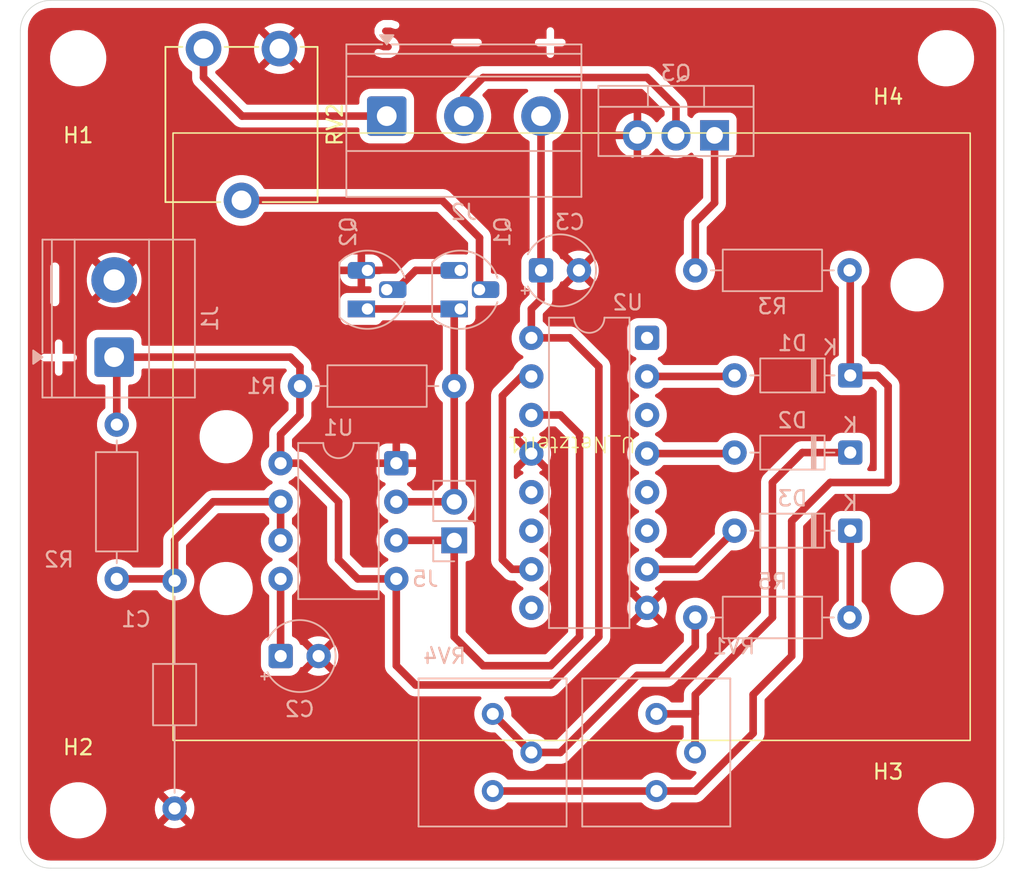
<source format=kicad_pcb>
(kicad_pcb (version 20241229) (generator "pcbnew") (generator_version "9.0")
  (title_block (title "Schreibtischlampe") (date "2025-11-21") (rev "2.0"))
  (layers (0 "F.Cu" signal) (2 "B.Cu" signal) (13 "F.Paste" user) (15 "B.Paste" user) (5 "F.SilkS" user "F.Silkscreen") (7 "B.SilkS" user "B.Silkscreen") (1 "F.Mask" user) (3 "B.Mask" user) (25 "Edge.Cuts" user))
  (net 0 "")
  (net 1 "Net-(U1-DIS)")
  (net 2 "GND")
  (net 3 "Net-(U1-CV)")
  (net 4 "Net-(J1-Pin_1)")
  (net 5 "Net-(D1-A)")
  (net 6 "Net-(D1-K)")
  (net 7 "Net-(D2-K)")
  (net 8 "Net-(D2-A)")
  (net 9 "Net-(D3-A)")
  (net 10 "Net-(D3-K)")
  (net 11 "Net-(J2-Pin_2)")
  (net 12 "Net-(J2-Pin_1)")
  (net 13 "Net-(Q1-E)")
  (net 14 "Net-(Q3-B)")
  (net 15 "Net-(R5-Pad2)")
  (net 23 "Net-(U2-Q4)")
  (net 24 "Net-(J5-Pin_1)")
  (net 25 "Net-(J5-Pin_2)")
  (net 26 "Net-(Q1-B)")
  (footprint "Libary:Recom_Netzteil_Footprint" (layer "F.Cu") (at 156.955 84.615 180)
    (property "Reference" "U_Netzteil1" (at 0 -0.5 180) (layer "F.SilkS") (effects (font (thickness 0.1))))
    (property "Value" "Recom Netzteil")
    (fp_rect (start -26.25 -20) (end 26.25 20) (stroke (width 0.1)) (fill no) (layer "F.SilkS"))
    (pad "" np_thru_hole circle (at -22.75 -10 180) (size 3 3) (drill 3) (layers "*.Cu" "*.Mask"))
    (pad "" np_thru_hole circle (at -22.75 10 180) (size 3 3) (drill 3) (layers "*.Cu" "*.Mask"))
    (pad "" np_thru_hole circle (at 22.75 -10 180) (size 3 3) (drill 3) (layers "*.Cu" "*.Mask"))
    (pad "" np_thru_hole circle (at 22.75 0 180) (size 3 3) (drill 3) (layers "*.Cu" "*.Mask"))
  )
  (footprint "MountingHole:MountingHole_3.2mm_M3" (layer "F.Cu") (at 181.61 59.69)
    (property "Reference" "H4" (at -3.81 2.54 0) (layer "F.SilkS"))
    (property "Value" "MountingHole")
    (pad "" np_thru_hole circle (at 0 0) (size 3.2 3.2) (drill 3.2) (layers "*.Cu" "*.Mask"))
  )
  (footprint "Potentiometer_THT:Potentiometer_ACP_CA9-V10_Vertical" (layer "F.Cu") (at 132.715 59.055 -90)
    (property "Reference" "RV2" (at 5 -8.65 90) (layer "F.SilkS"))
    (property "Value" "R_Potentiometer_Trim")
    (fp_line (start -0.11 2.51) (end -0.11 1.396) (stroke (width 0.12)) (layer "F.SilkS"))
    (fp_line (start 10.11 2.51) (end -0.11 2.51) (stroke (width 0.12)) (layer "F.SilkS"))
    (fp_line (start 10.11 -1.104) (end 10.11 2.51) (stroke (width 0.12)) (layer "F.SilkS"))
    (fp_line (start -0.11 -1.396) (end -0.11 -3.604) (stroke (width 0.12)) (layer "F.SilkS"))
    (fp_line (start -0.11 -6.396) (end -0.11 -7.51) (stroke (width 0.12)) (layer "F.SilkS"))
    (fp_line (start -0.11 -7.51) (end 10.11 -7.51) (stroke (width 0.12)) (layer "F.SilkS"))
    (fp_line (start 10.11 -7.51) (end 10.11 -3.896) (stroke (width 0.12)) (layer "F.SilkS"))
    (pad "1" thru_hole circle (at 0 0 270) (size 2.34 2.34) (drill 1.3) (layers "*.Cu" "*.Mask") (net 12 "Net-(J2-Pin_1)"))
    (pad "2" thru_hole circle (at 10 -2.5 270) (size 2.34 2.34) (drill 1.3) (layers "*.Cu" "*.Mask") (net 26 "Net-(Q1-B)"))
    (pad "3" thru_hole circle (at 0 -5 270) (size 2.34 2.34) (drill 1.3) (layers "*.Cu" "*.Mask") (net 2 "GND"))
  )
  (footprint "MountingHole:MountingHole_3.2mm_M3" (layer "F.Cu") (at 124.46 59.69)
    (property "Reference" "H1" (at 0 5.08 0) (layer "F.SilkS"))
    (property "Value" "MountingHole")
    (pad "" np_thru_hole circle (at 0 0) (size 3.2 3.2) (drill 3.2) (layers "*.Cu" "*.Mask"))
  )
  (footprint "MountingHole:MountingHole_3.2mm_M3" (layer "F.Cu") (at 124.46 109.22)
    (property "Reference" "H2" (at 0 -4.15 0) (layer "F.SilkS"))
    (property "Value" "MountingHole")
    (pad "" np_thru_hole circle (at 0 0) (size 3.2 3.2) (drill 3.2) (layers "*.Cu" "*.Mask"))
  )
  (footprint "MountingHole:MountingHole_3.2mm_M3" (layer "F.Cu") (at 181.61 109.22)
    (property "Reference" "H3" (at -3.81 -2.54 0) (layer "F.SilkS"))
    (property "Value" "MountingHole")
    (pad "" np_thru_hole circle (at 0 0) (size 3.2 3.2) (drill 3.2) (layers "*.Cu" "*.Mask"))
  )
  (footprint "TerminalBlock_Phoenix:TerminalBlock_Phoenix_MKDS-1,5-2-5.08_1x02_P5.08mm_Horizontal" (layer "B.Cu") (at 126.8275 79.375 90)
    (property "Reference" "J1" (at 2.54 6.32 90) (layer "B.SilkS") (effects (justify mirror)))
    (property "Value" "Versorgung")
    (fp_line (start 7.74 -4.72) (end 0.3 -4.72) (stroke (width 0.12)) (layer "B.SilkS"))
    (fp_line (start -0.3 -4.72) (end -2.66 -4.72) (stroke (width 0.12)) (layer "B.SilkS"))
    (fp_line (start -2.66 -4.72) (end -2.66 5.32) (stroke (width 0.12)) (layer "B.SilkS"))
    (fp_line (start -2.66 -4.1) (end 7.74 -4.1) (stroke (width 0.12)) (layer "B.SilkS"))
    (fp_line (start -2.66 -2.6) (end 7.74 -2.6) (stroke (width 0.12)) (layer "B.SilkS"))
    (fp_line (start -2.66 2.3) (end 7.74 2.3) (stroke (width 0.12)) (layer "B.SilkS"))
    (fp_line (start 7.74 5.32) (end 7.74 -4.72) (stroke (width 0.12)) (layer "B.SilkS"))
    (fp_line (start -2.66 5.32) (end 7.74 5.32) (stroke (width 0.12)) (layer "B.SilkS"))
    (fp_poly (pts (xy 0 -4.72) (xy 0.44 -5.33) (xy -0.44 -5.33)) (stroke (width 0.12)) (fill yes) (layer "B.SilkS"))
    (pad "1" thru_hole roundrect (at 0 0 90) (size 2.6 2.6) (drill 1.3) (layers "*.Cu" "*.Mask") (roundrect_rratio 0.096154) (net 4 "Net-(J1-Pin_1)"))
    (pad "2" thru_hole circle (at 5.08 0 90) (size 3 3) (drill 1.4) (layers "*.Cu" "*.Mask") (net 2 "GND"))
  )
  (footprint "Capacitor_THT:C_Axial_L3.8mm_D2.6mm_P15.00mm_Horizontal" (layer "B.Cu") (at 130.81 94.1 -90)
    (property "Reference" "C1" (at 2.54 2.54 180) (layer "B.SilkS") (effects (justify mirror)))
    (property "Value" "4,7µ")
    (fp_line (start 1.04 0) (end 5.48 0) (stroke (width 0.12)) (layer "B.SilkS"))
    (fp_line (start 13.96 0) (end 9.52 0) (stroke (width 0.12)) (layer "B.SilkS"))
    (fp_rect (start 5.48 1.42) (end 9.52 -1.42) (stroke (width 0.12)) (fill no) (layer "B.SilkS"))
    (pad "1" thru_hole circle (at 0 0 270) (size 1.6 1.6) (drill 0.8) (layers "*.Cu" "*.Mask") (net 1 "Net-(U1-DIS)"))
    (pad "2" thru_hole circle (at 15 0 270) (size 1.6 1.6) (drill 0.8) (layers "*.Cu" "*.Mask") (net 2 "GND"))
  )
  (footprint "Package_DIP:DIP-16_W7.62mm" (layer "B.Cu") (at 161.925 78.105 180)
    (property "Reference" "U2" (at 1.27 2.33 0) (layer "B.SilkS") (effects (justify mirror)))
    (property "Value" "4017")
    (fp_line (start 6.46 1.33) (end 4.81 1.33) (stroke (width 0.12)) (layer "B.SilkS"))
    (fp_line (start 6.46 -19.11) (end 6.46 1.33) (stroke (width 0.12)) (layer "B.SilkS"))
    (fp_line (start 2.81 1.33) (end 1.16 1.33) (stroke (width 0.12)) (layer "B.SilkS"))
    (fp_line (start 1.16 1.33) (end 1.16 -19.11) (stroke (width 0.12)) (layer "B.SilkS"))
    (fp_line (start 1.16 -19.11) (end 6.46 -19.11) (stroke (width 0.12)) (layer "B.SilkS"))
    (fp_arc (start 2.81 1.33) (mid 3.81 0.33) (end 4.81 1.33) (stroke (width 0.12)) (layer "B.SilkS"))
    (pad "1" thru_hole roundrect (at 0 0 180) (size 1.6 1.6) (drill 0.8) (layers "*.Cu" "*.Mask") (roundrect_rratio 0.15625))
    (pad "2" thru_hole circle (at 0 -2.54 180) (size 1.6 1.6) (drill 0.8) (layers "*.Cu" "*.Mask") (net 5 "Net-(D1-A)"))
    (pad "3" thru_hole circle (at 0 -5.08 180) (size 1.6 1.6) (drill 0.8) (layers "*.Cu" "*.Mask"))
    (pad "4" thru_hole circle (at 0 -7.62 180) (size 1.6 1.6) (drill 0.8) (layers "*.Cu" "*.Mask") (net 8 "Net-(D2-A)"))
    (pad "5" thru_hole circle (at 0 -10.16 180) (size 1.6 1.6) (drill 0.8) (layers "*.Cu" "*.Mask"))
    (pad "6" thru_hole circle (at 0 -12.7 180) (size 1.6 1.6) (drill 0.8) (layers "*.Cu" "*.Mask"))
    (pad "7" thru_hole circle (at 0 -15.24 180) (size 1.6 1.6) (drill 0.8) (layers "*.Cu" "*.Mask") (net 9 "Net-(D3-A)"))
    (pad "8" thru_hole circle (at 0 -17.78 180) (size 1.6 1.6) (drill 0.8) (layers "*.Cu" "*.Mask") (net 2 "GND"))
    (pad "9" thru_hole circle (at 7.62 -17.78 180) (size 1.6 1.6) (drill 0.8) (layers "*.Cu" "*.Mask"))
    (pad "10" thru_hole circle (at 7.62 -15.24 180) (size 1.6 1.6) (drill 0.8) (layers "*.Cu" "*.Mask") (net 23 "Net-(U2-Q4)"))
    (pad "11" thru_hole circle (at 7.62 -12.7 180) (size 1.6 1.6) (drill 0.8) (layers "*.Cu" "*.Mask"))
    (pad "12" thru_hole circle (at 7.62 -10.16 180) (size 1.6 1.6) (drill 0.8) (layers "*.Cu" "*.Mask"))
    (pad "13" thru_hole circle (at 7.62 -7.62 180) (size 1.6 1.6) (drill 0.8) (layers "*.Cu" "*.Mask") (net 2 "GND"))
    (pad "14" thru_hole circle (at 7.62 -5.08 180) (size 1.6 1.6) (drill 0.8) (layers "*.Cu" "*.Mask") (net 24 "Net-(J5-Pin_1)"))
    (pad "15" thru_hole circle (at 7.62 -2.54 180) (size 1.6 1.6) (drill 0.8) (layers "*.Cu" "*.Mask") (net 23 "Net-(U2-Q4)"))
    (pad "16" thru_hole circle (at 7.62 0 180) (size 1.6 1.6) (drill 0.8) (layers "*.Cu" "*.Mask") (net 4 "Net-(J1-Pin_1)"))
  )
  (footprint "Diode_THT:D_DO-35_SOD27_P7.62mm_Horizontal" (layer "B.Cu") (at 175.306144 85.659 180)
    (property "Reference" "D2" (at 3.81 2.12 0) (layer "B.SilkS") (effects (justify mirror)))
    (property "Value" "1N4148")
    (fp_line (start 6.58 0) (end 5.93 0) (stroke (width 0.12)) (layer "B.SilkS"))
    (fp_line (start 2.53 1.12) (end 2.53 -1.12) (stroke (width 0.12)) (layer "B.SilkS"))
    (fp_line (start 2.41 1.12) (end 2.41 -1.12) (stroke (width 0.12)) (layer "B.SilkS"))
    (fp_line (start 2.29 1.12) (end 2.29 -1.12) (stroke (width 0.12)) (layer "B.SilkS"))
    (fp_line (start 1.04 0) (end 1.69 0) (stroke (width 0.12)) (layer "B.SilkS"))
    (fp_rect (start 1.69 1.12) (end 5.93 -1.12) (stroke (width 0.12)) (fill no) (layer "B.SilkS"))
    (fp_text user "K" (at 0 1.8 0) (layer "B.SilkS") (effects (justify mirror)))
    (pad "1" thru_hole roundrect (at 0 0 180) (size 1.6 1.6) (drill 0.8) (layers "*.Cu" "*.Mask") (roundrect_rratio 0.15625) (net 7 "Net-(D2-K)"))
    (pad "2" thru_hole circle (at 7.62 0 180) (size 1.6 1.6) (drill 0.8) (layers "*.Cu" "*.Mask") (net 8 "Net-(D2-A)"))
  )
  (footprint "Resistor_THT:R_Axial_DIN0207_L6.3mm_D2.5mm_P10.16mm_Horizontal" (layer "B.Cu") (at 165.1 73.66)
    (property "Reference" "R3" (at 5.08 2.37 0) (layer "B.SilkS") (effects (justify mirror)))
    (property "Value" "4,7k")
    (fp_line (start 1.04 0) (end 1.81 0) (stroke (width 0.12)) (layer "B.SilkS"))
    (fp_line (start 9.12 0) (end 8.35 0) (stroke (width 0.12)) (layer "B.SilkS"))
    (fp_rect (start 1.81 1.37) (end 8.35 -1.37) (stroke (width 0.12)) (fill no) (layer "B.SilkS"))
    (pad "1" thru_hole circle (at 0 0) (size 1.6 1.6) (drill 0.8) (layers "*.Cu" "*.Mask") (net 14 "Net-(Q3-B)"))
    (pad "2" thru_hole circle (at 10.16 0) (size 1.6 1.6) (drill 0.8) (layers "*.Cu" "*.Mask") (net 6 "Net-(D1-K)"))
  )
  (footprint "Package_DIP:DIP-8_W7.62mm" (layer "B.Cu") (at 145.41 86.36 180)
    (property "Reference" "U1" (at 3.81 2.33 0) (layer "B.SilkS") (effects (justify mirror)))
    (property "Value" "NE555P")
    (fp_line (start 6.46 1.33) (end 4.81 1.33) (stroke (width 0.12)) (layer "B.SilkS"))
    (fp_line (start 6.46 -8.95) (end 6.46 1.33) (stroke (width 0.12)) (layer "B.SilkS"))
    (fp_line (start 2.81 1.33) (end 1.16 1.33) (stroke (width 0.12)) (layer "B.SilkS"))
    (fp_line (start 1.16 1.33) (end 1.16 -8.95) (stroke (width 0.12)) (layer "B.SilkS"))
    (fp_line (start 1.16 -8.95) (end 6.46 -8.95) (stroke (width 0.12)) (layer "B.SilkS"))
    (fp_arc (start 2.81 1.33) (mid 3.81 0.33) (end 4.81 1.33) (stroke (width 0.12)) (layer "B.SilkS"))
    (pad "1" thru_hole roundrect (at 0 0 180) (size 1.6 1.6) (drill 0.8) (layers "*.Cu" "*.Mask") (roundrect_rratio 0.15625) (net 2 "GND"))
    (pad "2" thru_hole circle (at 0 -2.54 180) (size 1.6 1.6) (drill 0.8) (layers "*.Cu" "*.Mask") (net 25 "Net-(J5-Pin_2)"))
    (pad "3" thru_hole circle (at 0 -5.08 180) (size 1.6 1.6) (drill 0.8) (layers "*.Cu" "*.Mask") (net 24 "Net-(J5-Pin_1)"))
    (pad "4" thru_hole circle (at 0 -7.62 180) (size 1.6 1.6) (drill 0.8) (layers "*.Cu" "*.Mask") (net 4 "Net-(J1-Pin_1)"))
    (pad "5" thru_hole circle (at 7.62 -7.62 180) (size 1.6 1.6) (drill 0.8) (layers "*.Cu" "*.Mask") (net 3 "Net-(U1-CV)"))
    (pad "6" thru_hole circle (at 7.62 -5.08 180) (size 1.6 1.6) (drill 0.8) (layers "*.Cu" "*.Mask") (net 1 "Net-(U1-DIS)"))
    (pad "7" thru_hole circle (at 7.62 -2.54 180) (size 1.6 1.6) (drill 0.8) (layers "*.Cu" "*.Mask") (net 1 "Net-(U1-DIS)"))
    (pad "8" thru_hole circle (at 7.62 0 180) (size 1.6 1.6) (drill 0.8) (layers "*.Cu" "*.Mask") (net 4 "Net-(J1-Pin_1)"))
  )
  (footprint "Package_TO_SOT_THT:TO-220-3_Vertical" (layer "B.Cu") (at 166.37 64.77 180)
    (property "Reference" "Q3" (at 2.54 4.1 0) (layer "B.SilkS") (effects (justify mirror)))
    (property "Value" "BD647")
    (fp_line (start 7.65 3.26) (end 7.65 -1.36) (stroke (width 0.12)) (layer "B.SilkS"))
    (fp_line (start 7.65 -1.36) (end -2.57 -1.36) (stroke (width 0.12)) (layer "B.SilkS"))
    (fp_line (start 4.39 3.26) (end 4.39 1.88) (stroke (width 0.12)) (layer "B.SilkS"))
    (fp_line (start 0.69 3.26) (end 0.69 1.88) (stroke (width 0.12)) (layer "B.SilkS"))
    (fp_line (start -2.57 3.26) (end 7.65 3.26) (stroke (width 0.12)) (layer "B.SilkS"))
    (fp_line (start -2.57 1.88) (end 7.65 1.88) (stroke (width 0.12)) (layer "B.SilkS"))
    (fp_line (start -2.57 -1.36) (end -2.57 3.26) (stroke (width 0.12)) (layer "B.SilkS"))
    (pad "1" thru_hole rect (at 0 0 180) (size 1.905 2) (drill 1.1) (layers "*.Cu" "*.Mask") (net 14 "Net-(Q3-B)"))
    (pad "2" thru_hole oval (at 2.54 0 180) (size 1.905 2) (drill 1.1) (layers "*.Cu" "*.Mask") (net 11 "Net-(J2-Pin_2)"))
    (pad "3" thru_hole oval (at 5.08 0 180) (size 1.905 2) (drill 1.1) (layers "*.Cu" "*.Mask") (net 2 "GND"))
  )
  (footprint "Resistor_THT:R_Axial_DIN0207_L6.3mm_D2.5mm_P10.16mm_Horizontal" (layer "B.Cu") (at 127 83.82 -90)
    (property "Reference" "R2" (at 8.89 3.81 0) (layer "B.SilkS") (effects (justify mirror)))
    (property "Value" "220k")
    (fp_line (start 1.04 0) (end 1.81 0) (stroke (width 0.12)) (layer "B.SilkS"))
    (fp_line (start 9.12 0) (end 8.35 0) (stroke (width 0.12)) (layer "B.SilkS"))
    (fp_rect (start 1.81 1.37) (end 8.35 -1.37) (stroke (width 0.12)) (fill no) (layer "B.SilkS"))
    (pad "1" thru_hole circle (at 0 0 270) (size 1.6 1.6) (drill 0.8) (layers "*.Cu" "*.Mask") (net 4 "Net-(J1-Pin_1)"))
    (pad "2" thru_hole circle (at 10.16 0 270) (size 1.6 1.6) (drill 0.8) (layers "*.Cu" "*.Mask") (net 1 "Net-(U1-DIS)"))
  )
  (footprint "Capacitor_THT:CP_Radial_Tantal_D4.5mm_P2.50mm" (layer "B.Cu") (at 154.94 73.66)
    (property "Reference" "C3" (at 1.905 -3.175 0) (layer "B.SilkS") (effects (justify mirror)))
    (property "Value" "100n")
    (fp_line (start -1.287288 1.335) (end -0.837288 1.335) (stroke (width 0.12)) (layer "B.SilkS"))
    (fp_line (start -1.062288 1.56) (end -1.062288 1.11) (stroke (width 0.12)) (layer "B.SilkS"))
    (fp_arc (start -0.869741 -1.06) (mid 3.62 0) (end -0.869741 1.06) (stroke (width 0.12)) (layer "B.SilkS"))
    (pad "1" thru_hole roundrect (at 0 0) (size 1.6 1.6) (drill 0.8) (layers "*.Cu" "*.Mask") (roundrect_rratio 0.15625) (net 4 "Net-(J1-Pin_1)"))
    (pad "2" thru_hole circle (at 2.5 0) (size 1.6 1.6) (drill 0.8) (layers "*.Cu" "*.Mask") (net 2 "GND"))
  )
  (footprint "Resistor_THT:R_Axial_DIN0207_L6.3mm_D2.5mm_P10.16mm_Horizontal" (layer "B.Cu") (at 175.26 96.52 180)
    (property "Reference" "R5" (at 5.08 2.37 0) (layer "B.SilkS") (effects (justify mirror)))
    (property "Value" "6k8")
    (fp_line (start 9.12 0) (end 8.35 0) (stroke (width 0.12)) (layer "B.SilkS"))
    (fp_line (start 1.04 0) (end 1.81 0) (stroke (width 0.12)) (layer "B.SilkS"))
    (fp_rect (start 1.81 1.37) (end 8.35 -1.37) (stroke (width 0.12)) (fill no) (layer "B.SilkS"))
    (pad "1" thru_hole circle (at 0 0 180) (size 1.6 1.6) (drill 0.8) (layers "*.Cu" "*.Mask") (net 10 "Net-(D3-K)"))
    (pad "2" thru_hole circle (at 10.16 0 180) (size 1.6 1.6) (drill 0.8) (layers "*.Cu" "*.Mask") (net 15 "Net-(R5-Pad2)"))
  )
  (footprint "Potentiometer_THT:Potentiometer_Bourns_3386P_Vertical" (layer "B.Cu") (at 151.765 102.87)
    (property "Reference" "RV4" (at -3.175 -3.81 0) (layer "B.SilkS") (effects (justify mirror)))
    (property "Value" "10k")
    (fp_line (start -4.89 -2.335) (end -4.89 7.415) (stroke (width 0.12)) (layer "B.SilkS"))
    (fp_line (start -4.89 7.415) (end 4.86 7.415) (stroke (width 0.12)) (layer "B.SilkS"))
    (fp_line (start 4.86 -2.335) (end -4.89 -2.335) (stroke (width 0.12)) (layer "B.SilkS"))
    (fp_line (start 4.86 7.415) (end 4.86 -2.335) (stroke (width 0.12)) (layer "B.SilkS"))
    (pad "1" thru_hole circle (at 0 0) (size 1.44 1.44) (drill 0.8) (layers "*.Cu" "*.Mask") (net 15 "Net-(R5-Pad2)"))
    (pad "2" thru_hole circle (at 2.54 2.54) (size 1.44 1.44) (drill 0.8) (layers "*.Cu" "*.Mask") (net 15 "Net-(R5-Pad2)"))
    (pad "3" thru_hole circle (at 0 5.08) (size 1.44 1.44) (drill 0.8) (layers "*.Cu" "*.Mask") (net 6 "Net-(D1-K)"))
  )
  (footprint "Package_TO_SOT_THT:TO-92L_HandSolder" (layer "B.Cu") (at 149.62 76.2 90)
    (property "Reference" "Q1" (at 5.08 2.78 90) (layer "B.SilkS") (effects (justify mirror)))
    (property "Value" "BC547")
    (fp_line (start -0.53 -1.85) (end 3.07 -1.85) (stroke (width 0.12)) (layer "B.SilkS"))
    (fp_arc (start 3.078445 -1.827684) (mid 3.769932 0.601036) (end 2.05 2.45) (stroke (width 0.12)) (layer "B.SilkS"))
    (fp_arc (start 0.45 2.45) (mid -1.247297 0.581475) (end -0.541453 -1.842156) (stroke (width 0.12)) (layer "B.SilkS"))
    (pad "1" thru_hole rect (at 0 0 90) (size 1.1 1.8) (drill 0.75 (offset 0 -0.4)) (layers "*.Cu" "*.Mask") (net 25 "Net-(J5-Pin_2)"))
    (pad "2" thru_hole roundrect (at 1.27 1.27 90) (size 1.1 1.8) (drill 0.75 (offset 0 0.4)) (layers "*.Cu" "*.Mask") (net 26 "Net-(Q1-B)"))
    (pad "3" thru_hole roundrect (at 2.54 0 90) (size 1.1 1.8) (drill 0.75 (offset 0 -0.4)) (layers "*.Cu" "*.Mask") (net 13 "Net-(Q1-E)"))
  )
  (footprint "Resistor_THT:R_Axial_DIN0207_L6.3mm_D2.5mm_P10.16mm_Horizontal" (layer "B.Cu") (at 139.065 81.28)
    (property "Reference" "R1" (at -2.54 0 0) (layer "B.SilkS") (effects (justify mirror)))
    (property "Value" "1M")
    (fp_line (start 1.04 0) (end 1.81 0) (stroke (width 0.12)) (layer "B.SilkS"))
    (fp_line (start 9.12 0) (end 8.35 0) (stroke (width 0.12)) (layer "B.SilkS"))
    (fp_rect (start 1.81 1.37) (end 8.35 -1.37) (stroke (width 0.12)) (fill no) (layer "B.SilkS"))
    (pad "1" thru_hole circle (at 0 0) (size 1.6 1.6) (drill 0.8) (layers "*.Cu" "*.Mask") (net 4 "Net-(J1-Pin_1)"))
    (pad "2" thru_hole circle (at 10.16 0) (size 1.6 1.6) (drill 0.8) (layers "*.Cu" "*.Mask") (net 25 "Net-(J5-Pin_2)"))
  )
  (footprint "Connector_PinHeader_2.54mm:PinHeader_1x02_P2.54mm_Vertical" (layer "B.Cu") (at 149.225 91.44)
    (property "Reference" "J5" (at -1.905 2.54 0) (layer "B.SilkS") (effects (justify mirror)))
    (property "Value" "Messpunkte")
    (fp_line (start -1.38 -3.92) (end 1.38 -3.92) (stroke (width 0.12)) (layer "B.SilkS"))
    (fp_line (start -1.38 -1.27) (end -1.38 -3.92) (stroke (width 0.12)) (layer "B.SilkS"))
    (fp_line (start -1.38 -1.27) (end 1.38 -1.27) (stroke (width 0.12)) (layer "B.SilkS"))
    (fp_line (start -1.38 0) (end -1.38 1.38) (stroke (width 0.12)) (layer "B.SilkS"))
    (fp_line (start -1.38 1.38) (end 0 1.38) (stroke (width 0.12)) (layer "B.SilkS"))
    (fp_line (start 1.38 -1.27) (end 1.38 -3.92) (stroke (width 0.12)) (layer "B.SilkS"))
    (pad "1" thru_hole rect (at 0 0) (size 1.7 1.7) (drill 1) (layers "*.Cu" "*.Mask") (net 24 "Net-(J5-Pin_1)"))
    (pad "2" thru_hole circle (at 0 -2.54) (size 1.7 1.7) (drill 1) (layers "*.Cu" "*.Mask") (net 25 "Net-(J5-Pin_2)"))
  )
  (footprint "Capacitor_THT:CP_Radial_Tantal_D4.5mm_P2.50mm" (layer "B.Cu") (at 137.795 99.06)
    (property "Reference" "C2" (at 1.25 3.5 0) (layer "B.SilkS") (effects (justify mirror)))
    (property "Value" "100n")
    (fp_line (start -1.287288 1.335) (end -0.837288 1.335) (stroke (width 0.12)) (layer "B.SilkS"))
    (fp_line (start -1.062288 1.56) (end -1.062288 1.11) (stroke (width 0.12)) (layer "B.SilkS"))
    (fp_arc (start -0.869741 -1.06) (mid 3.62 0) (end -0.869741 1.06) (stroke (width 0.12)) (layer "B.SilkS"))
    (pad "1" thru_hole roundrect (at 0 0) (size 1.6 1.6) (drill 0.8) (layers "*.Cu" "*.Mask") (roundrect_rratio 0.15625) (net 3 "Net-(U1-CV)"))
    (pad "2" thru_hole circle (at 2.5 0) (size 1.6 1.6) (drill 0.8) (layers "*.Cu" "*.Mask") (net 2 "GND"))
  )
  (footprint "Potentiometer_THT:Potentiometer_Bourns_3386P_Vertical" (layer "B.Cu") (at 162.545 102.87)
    (property "Reference" "RV1" (at 5.095 -4.445 0) (layer "B.SilkS") (effects (justify mirror)))
    (property "Value" "10k")
    (fp_line (start -4.89 -2.335) (end -4.89 7.415) (stroke (width 0.12)) (layer "B.SilkS"))
    (fp_line (start -4.89 7.415) (end 4.86 7.415) (stroke (width 0.12)) (layer "B.SilkS"))
    (fp_line (start 4.86 -2.335) (end -4.89 -2.335) (stroke (width 0.12)) (layer "B.SilkS"))
    (fp_line (start 4.86 7.415) (end 4.86 -2.335) (stroke (width 0.12)) (layer "B.SilkS"))
    (pad "1" thru_hole circle (at 0 0) (size 1.44 1.44) (drill 0.8) (layers "*.Cu" "*.Mask") (net 7 "Net-(D2-K)"))
    (pad "2" thru_hole circle (at 2.54 2.54) (size 1.44 1.44) (drill 0.8) (layers "*.Cu" "*.Mask") (net 7 "Net-(D2-K)"))
    (pad "3" thru_hole circle (at 0 5.08) (size 1.44 1.44) (drill 0.8) (layers "*.Cu" "*.Mask") (net 6 "Net-(D1-K)"))
  )
  (footprint "Package_TO_SOT_THT:TO-92L_HandSolder" (layer "B.Cu") (at 143.51 76.2 90)
    (property "Reference" "Q2" (at 5.08 -1.27 90) (layer "B.SilkS") (effects (justify mirror)))
    (property "Value" "BC547")
    (fp_line (start -0.53 -1.85) (end 3.07 -1.85) (stroke (width 0.12)) (layer "B.SilkS"))
    (fp_arc (start 3.078445 -1.827684) (mid 3.769932 0.601036) (end 2.05 2.45) (stroke (width 0.12)) (layer "B.SilkS"))
    (fp_arc (start 0.45 2.45) (mid -1.247297 0.581475) (end -0.541453 -1.842156) (stroke (width 0.12)) (layer "B.SilkS"))
    (pad "1" thru_hole rect (at 0 0 90) (size 1.1 1.8) (drill 0.75 (offset 0 -0.4)) (layers "*.Cu" "*.Mask") (net 25 "Net-(J5-Pin_2)"))
    (pad "2" thru_hole roundrect (at 1.27 1.27 90) (size 1.1 1.8) (drill 0.75 (offset 0 0.4)) (layers "*.Cu" "*.Mask") (net 13 "Net-(Q1-E)"))
    (pad "3" thru_hole roundrect (at 2.54 0 90) (size 1.1 1.8) (drill 0.75 (offset 0 -0.4)) (layers "*.Cu" "*.Mask") (net 2 "GND"))
  )
  (footprint "Diode_THT:D_DO-35_SOD27_P7.62mm_Horizontal" (layer "B.Cu") (at 175.306144 80.579 180)
    (property "Reference" "D1" (at 3.81 2.12 0) (layer "B.SilkS") (effects (justify mirror)))
    (property "Value" "1N4148")
    (fp_line (start 6.58 0) (end 5.93 0) (stroke (width 0.12)) (layer "B.SilkS"))
    (fp_line (start 2.53 1.12) (end 2.53 -1.12) (stroke (width 0.12)) (layer "B.SilkS"))
    (fp_line (start 2.41 1.12) (end 2.41 -1.12) (stroke (width 0.12)) (layer "B.SilkS"))
    (fp_line (start 2.29 1.12) (end 2.29 -1.12) (stroke (width 0.12)) (layer "B.SilkS"))
    (fp_line (start 1.04 0) (end 1.69 0) (stroke (width 0.12)) (layer "B.SilkS"))
    (fp_rect (start 1.69 1.12) (end 5.93 -1.12) (stroke (width 0.12)) (fill no) (layer "B.SilkS"))
    (fp_text user "K" (at 1.316144 1.839 0) (layer "B.SilkS") (effects (justify mirror)))
    (pad "1" thru_hole roundrect (at 0 0 180) (size 1.6 1.6) (drill 0.8) (layers "*.Cu" "*.Mask") (roundrect_rratio 0.15625) (net 6 "Net-(D1-K)"))
    (pad "2" thru_hole circle (at 7.62 0 180) (size 1.6 1.6) (drill 0.8) (layers "*.Cu" "*.Mask") (net 5 "Net-(D1-A)"))
  )
  (footprint "Diode_THT:D_DO-35_SOD27_P7.62mm_Horizontal" (layer "B.Cu") (at 175.306144 90.805 180)
    (property "Reference" "D3" (at 3.81 2.12 0) (layer "B.SilkS") (effects (justify mirror)))
    (property "Value" "1N4148")
    (fp_line (start 6.58 0) (end 5.93 0) (stroke (width 0.12)) (layer "B.SilkS"))
    (fp_line (start 2.53 1.12) (end 2.53 -1.12) (stroke (width 0.12)) (layer "B.SilkS"))
    (fp_line (start 2.41 1.12) (end 2.41 -1.12) (stroke (width 0.12)) (layer "B.SilkS"))
    (fp_line (start 2.29 1.12) (end 2.29 -1.12) (stroke (width 0.12)) (layer "B.SilkS"))
    (fp_line (start 1.04 0) (end 1.69 0) (stroke (width 0.12)) (layer "B.SilkS"))
    (fp_rect (start 1.69 1.12) (end 5.93 -1.12) (stroke (width 0.12)) (fill no) (layer "B.SilkS"))
    (fp_text user "K" (at 0 1.8 0) (layer "B.SilkS") (effects (justify mirror)))
    (pad "1" thru_hole roundrect (at 0 0 180) (size 1.6 1.6) (drill 0.8) (layers "*.Cu" "*.Mask") (roundrect_rratio 0.15625) (net 10 "Net-(D3-K)"))
    (pad "2" thru_hole circle (at 7.62 0 180) (size 1.6 1.6) (drill 0.8) (layers "*.Cu" "*.Mask") (net 9 "Net-(D3-A)"))
  )
  (footprint "TerminalBlock_Phoenix:TerminalBlock_Phoenix_MKDS-1,5-3-5.08_1x03_P5.08mm_Horizontal" (layer "B.Cu") (at 144.78 63.5)
    (property "Reference" "J2" (at 5.08 6.32 0) (layer "B.SilkS") (effects (justify mirror)))
    (property "Value" "Lampenkopf")
    (fp_line (start -2.66 -4.72) (end -2.66 5.32) (stroke (width 0.12)) (layer "B.SilkS"))
    (fp_line (start -2.66 -4.1) (end 12.82 -4.1) (stroke (width 0.12)) (layer "B.SilkS"))
    (fp_line (start -2.66 -2.6) (end 12.82 -2.6) (stroke (width 0.12)) (layer "B.SilkS"))
    (fp_line (start -2.66 2.3) (end 12.82 2.3) (stroke (width 0.12)) (layer "B.SilkS"))
    (fp_line (start -2.66 5.32) (end 12.82 5.32) (stroke (width 0.12)) (layer "B.SilkS"))
    (fp_line (start -0.3 -4.72) (end -2.66 -4.72) (stroke (width 0.12)) (layer "B.SilkS"))
    (fp_line (start 12.82 -4.72) (end 0.3 -4.72) (stroke (width 0.12)) (layer "B.SilkS"))
    (fp_line (start 12.82 5.32) (end 12.82 -4.72) (stroke (width 0.12)) (layer "B.SilkS"))
    (fp_poly (pts (xy 0 -4.72) (xy 0.44 -5.33) (xy -0.44 -5.33)) (stroke (width 0.12)) (fill yes) (layer "B.SilkS"))
    (pad "1" thru_hole roundrect (at 0 0) (size 2.6 2.6) (drill 1.3) (layers "*.Cu" "*.Mask") (roundrect_rratio 0.096154) (net 12 "Net-(J2-Pin_1)"))
    (pad "2" thru_hole circle (at 5.08 0) (size 2.6 2.6) (drill 1.3) (layers "*.Cu" "*.Mask") (net 11 "Net-(J2-Pin_2)"))
    (pad "3" thru_hole circle (at 10.16 0) (size 2.6 2.6) (drill 1.3) (layers "*.Cu" "*.Mask") (net 4 "Net-(J1-Pin_1)"))
  )
  (gr_line (start 122.65 55.88) (end 183.42 55.88) (stroke (width 0.05)) (layer "Edge.Cuts"))
  (gr_arc (start 185.42 111.03) (mid 184.834214 112.444214) (end 183.42 113.03) (stroke (width 0.05)) (layer "Edge.Cuts"))
  (gr_line (start 120.65 111.03) (end 120.65 57.88) (stroke (width 0.05)) (layer "Edge.Cuts"))
  (gr_arc (start 120.65 57.88) (mid 121.235786 56.465786) (end 122.65 55.88) (stroke (width 0.05)) (layer "Edge.Cuts"))
  (gr_arc (start 183.42 55.88) (mid 184.834214 56.465786) (end 185.42 57.88) (stroke (width 0.05)) (layer "Edge.Cuts"))
  (gr_line (start 183.42 113.03) (end 122.65 113.03) (stroke (width 0.05)) (layer "Edge.Cuts"))
  (gr_arc (start 122.65 113.03) (mid 121.235786 112.444214) (end 120.65 111.03) (stroke (width 0.05)) (layer "Edge.Cuts"))
  (gr_line (start 185.42 57.88) (end 185.42 111.03) (stroke (width 0.05)) (layer "Edge.Cuts"))
  (gr_text "S  -  +" (at 143.51 59.69 0) (layer "F.Cu" knockout) (effects (font (size 2 2) (thickness 0.5) (bold yes)) (justify left bottom)))
  (gr_text "-" (at 124.46 76.835 90) (layer "F.Cu" knockout) (effects (font (size 3 3) (thickness 0.6) (bold yes)) (justify left bottom)))
  (gr_text "+" (at 124.46 81.28 90) (layer "F.Cu" knockout) (effects (font (size 2.5 2.5) (thickness 0.5) (bold yes)) (justify left bottom)))
  (segment (start 127 93.98) (end 130.69 93.98) (width 0.5) (layer "F.Cu") (net 1))
  (segment (start 130.69 93.98) (end 130.81 94.1) (width 0.5) (layer "F.Cu") (net 1))
  (segment (start 133.35 88.9) (end 137.79 88.9) (width 0.5) (layer "F.Cu") (net 1))
  (segment (start 130.81 91.44) (end 133.35 88.9) (width 0.5) (layer "F.Cu") (net 1))
  (segment (start 130.81 94.1) (end 130.81 91.44) (width 0.5) (layer "F.Cu") (net 1))
  (segment (start 137.79 88.9) (end 137.79 91.44) (width 0.5) (layer "F.Cu") (net 1))
  (segment (start 137.79 98.42) (end 137.79 93.98) (width 0.5) (layer "F.Cu") (net 3))
  (segment (start 137.795 99.06) (end 137.795 98.425) (width 0.5) (layer "F.Cu") (net 3))
  (segment (start 137.795 98.425) (end 137.79 98.42) (width 0.5) (layer "F.Cu") (net 3))
  (segment (start 139.065 86.36) (end 141.605 88.9) (width 0.5) (layer "F.Cu") (net 4))
  (segment (start 154.305 78.105) (end 154.305 76.2) (width 0.5) (layer "F.Cu") (net 4))
  (segment (start 146.685 100.965) (end 155.575 100.965) (width 0.5) (layer "F.Cu") (net 4))
  (segment (start 141.605 88.9) (end 141.605 92.71) (width 0.5) (layer "F.Cu") (net 4))
  (segment (start 154.94 75.565) (end 154.94 73.66) (width 0.5) (layer "F.Cu") (net 4))
  (segment (start 139.065 83.185) (end 139.065 81.28) (width 0.5) (layer "F.Cu") (net 4))
  (segment (start 156.845 78.105) (end 154.305 78.105) (width 0.5) (layer "F.Cu") (net 4))
  (segment (start 127 83.82) (end 127 79.5475) (width 0.5) (layer "F.Cu") (net 4))
  (segment (start 145.41 99.69) (end 146.685 100.965) (width 0.5) (layer "F.Cu") (net 4))
  (segment (start 154.94 63.5) (end 154.94 73.66) (width 0.5) (layer "F.Cu") (net 4))
  (segment (start 141.605 92.71) (end 142.875 93.98) (width 0.5) (layer "F.Cu") (net 4))
  (segment (start 138.43 79.375) (end 126.8275 79.375) (width 0.5) (layer "F.Cu") (net 4))
  (segment (start 154.305 76.2) (end 154.94 75.565) (width 0.5) (layer "F.Cu") (net 4))
  (segment (start 137.79 86.36) (end 137.79 84.46) (width 0.5) (layer "F.Cu") (net 4))
  (segment (start 158.75 97.79) (end 158.75 80.01) (width 0.5) (layer "F.Cu") (net 4))
  (segment (start 137.79 84.46) (end 139.065 83.185) (width 0.5) (layer "F.Cu") (net 4))
  (segment (start 139.065 81.28) (end 139.065 80.01) (width 0.5) (layer "F.Cu") (net 4))
  (segment (start 145.41 93.98) (end 145.41 99.69) (width 0.5) (layer "F.Cu") (net 4))
  (segment (start 127 79.5475) (end 126.8275 79.375) (width 0.5) (layer "F.Cu") (net 4))
  (segment (start 158.75 80.01) (end 156.845 78.105) (width 0.5) (layer "F.Cu") (net 4))
  (segment (start 142.875 93.98) (end 145.41 93.98) (width 0.5) (layer "F.Cu") (net 4))
  (segment (start 139.065 80.01) (end 138.43 79.375) (width 0.5) (layer "F.Cu") (net 4))
  (segment (start 137.79 86.36) (end 139.065 86.36) (width 0.5) (layer "F.Cu") (net 4))
  (segment (start 155.575 100.965) (end 158.75 97.79) (width 0.5) (layer "F.Cu") (net 4))
  (segment (start 161.925 80.645) (end 167.620144 80.645) (width 0.5) (layer "F.Cu") (net 5))
  (segment (start 167.620144 80.645) (end 167.686144 80.579) (width 0.5) (layer "F.Cu") (net 5))
  (segment (start 162.545 107.95) (end 165.1 107.95) (width 0.5) (layer "F.Cu") (net 6))
  (segment (start 173.99 87.63) (end 177.8 87.63) (width 0.5) (layer "F.Cu") (net 6))
  (segment (start 175.306144 73.706144) (end 175.26 73.66) (width 0.5) (layer "F.Cu") (net 6))
  (segment (start 175.306144 80.579) (end 175.306144 73.706144) (width 0.5) (layer "F.Cu") (net 6))
  (segment (start 171.45 90.17) (end 173.99 87.63) (width 0.5) (layer "F.Cu") (net 6))
  (segment (start 171.45 99.06) (end 171.45 90.17) (width 0.5) (layer "F.Cu") (net 6))
  (segment (start 168.91 101.6) (end 171.45 99.06) (width 0.5) (layer "F.Cu") (net 6))
  (segment (start 165.1 107.95) (end 168.91 104.14) (width 0.5) (layer "F.Cu") (net 6))
  (segment (start 168.91 104.14) (end 168.91 101.6) (width 0.5) (layer "F.Cu") (net 6))
  (segment (start 162.545 107.95) (end 151.765 107.95) (width 0.5) (layer "F.Cu") (net 6))
  (segment (start 177.8 81.28) (end 177.099 80.579) (width 0.5) (layer "F.Cu") (net 6))
  (segment (start 177.099 80.579) (end 175.306144 80.579) (width 0.5) (layer "F.Cu") (net 6))
  (segment (start 177.8 87.63) (end 177.8 81.28) (width 0.5) (layer "F.Cu") (net 6))
  (segment (start 165.1 102.87) (end 165.085 102.885) (width 0.5) (layer "F.Cu") (net 7))
  (segment (start 170.18 96.52) (end 165.1 101.6) (width 0.5) (layer "F.Cu") (net 7))
  (segment (start 172.151 85.659) (end 170.18 87.63) (width 0.5) (layer "F.Cu") (net 7))
  (segment (start 165.1 101.6) (end 165.1 102.87) (width 0.5) (layer "F.Cu") (net 7))
  (segment (start 165.1 102.87) (end 162.545 102.87) (width 0.5) (layer "F.Cu") (net 7))
  (segment (start 175.306144 85.659) (end 172.151 85.659) (width 0.5) (layer "F.Cu") (net 7))
  (segment (start 165.085 102.885) (end 165.085 105.41) (width 0.5) (layer "F.Cu") (net 7))
  (segment (start 170.18 87.63) (end 170.18 96.52) (width 0.5) (layer "F.Cu") (net 7))
  (segment (start 161.925 85.725) (end 167.620144 85.725) (width 0.5) (layer "F.Cu") (net 8))
  (segment (start 167.620144 85.725) (end 167.686144 85.659) (width 0.5) (layer "F.Cu") (net 8))
  (segment (start 161.925 93.345) (end 165.146144 93.345) (width 0.5) (layer "F.Cu") (net 9))
  (segment (start 165.146144 93.345) (end 167.686144 90.805) (width 0.5) (layer "F.Cu") (net 9))
  (segment (start 175.306144 90.805) (end 175.306144 96.473856) (width 0.5) (layer "F.Cu") (net 10))
  (segment (start 175.306144 96.473856) (end 175.26 96.52) (width 0.5) (layer "F.Cu") (net 10))
  (segment (start 163.83 62.865) (end 163.83 64.77) (width 0.5) (layer "F.Cu") (net 11))
  (segment (start 149.86 62.23) (end 151.13 60.96) (width 0.5) (layer "F.Cu") (net 11))
  (segment (start 161.925 60.96) (end 163.83 62.865) (width 0.5) (layer "F.Cu") (net 11))
  (segment (start 151.13 60.96) (end 161.925 60.96) (width 0.5) (layer "F.Cu") (net 11))
  (segment (start 149.86 63.5) (end 149.86 62.23) (width 0.5) (layer "F.Cu") (net 11))
  (segment (start 135.255 63.5) (end 144.78 63.5) (width 0.5) (layer "F.Cu") (net 12))
  (segment (start 132.715 60.96) (end 135.255 63.5) (width 0.5) (layer "F.Cu") (net 12))
  (segment (start 132.715 59.055) (end 132.715 60.96) (width 0.5) (layer "F.Cu") (net 12))
  (segment (start 146.685 73.66) (end 149.62 73.66) (width 0.5) (layer "F.Cu") (net 13))
  (segment (start 145.415 74.93) (end 146.685 73.66) (width 0.5) (layer "F.Cu") (net 13))
  (segment (start 144.78 74.93) (end 145.415 74.93) (width 0.5) (layer "F.Cu") (net 13))
  (segment (start 166.37 69.215) (end 166.37 64.77) (width 0.5) (layer "F.Cu") (net 14))
  (segment (start 165.1 70.485) (end 166.37 69.215) (width 0.5) (layer "F.Cu") (net 14))
  (segment (start 165.1 73.66) (end 165.1 70.485) (width 0.5) (layer "F.Cu") (net 14))
  (segment (start 156.21 105.41) (end 161.29 100.33) (width 0.5) (layer "F.Cu") (net 15))
  (segment (start 151.765 102.87) (end 154.305 105.41) (width 0.5) (layer "F.Cu") (net 15))
  (segment (start 154.305 105.41) (end 156.21 105.41) (width 0.5) (layer "F.Cu") (net 15))
  (segment (start 161.29 100.33) (end 163.195 100.33) (width 0.5) (layer "F.Cu") (net 15))
  (segment (start 165.1 96.52) (end 165.1 98.425) (width 0.5) (layer "F.Cu") (net 15))
  (segment (start 163.195 100.33) (end 165.1 98.425) (width 0.5) (layer "F.Cu") (net 15))
  (segment (start 152.4 81.915) (end 152.4 92.71) (width 0.5) (layer "F.Cu") (net 23))
  (segment (start 153.035 93.345) (end 154.305 93.345) (width 0.5) (layer "F.Cu") (net 23))
  (segment (start 154.305 80.645) (end 153.67 80.645) (width 0.5) (layer "F.Cu") (net 23))
  (segment (start 152.4 92.71) (end 153.035 93.345) (width 0.5) (layer "F.Cu") (net 23))
  (segment (start 153.67 80.645) (end 152.4 81.915) (width 0.5) (layer "F.Cu") (net 23))
  (segment (start 149.225 97.79) (end 151.13 99.695) (width 0.5) (layer "F.Cu") (net 24))
  (segment (start 156.21 83.185) (end 154.305 83.185) (width 0.5) (layer "F.Cu") (net 24))
  (segment (start 149.225 91.44) (end 149.225 97.79) (width 0.5) (layer "F.Cu") (net 24))
  (segment (start 157.48 97.79) (end 157.48 84.455) (width 0.5) (layer "F.Cu") (net 24))
  (segment (start 155.575 99.695) (end 157.48 97.79) (width 0.5) (layer "F.Cu") (net 24))
  (segment (start 157.48 84.455) (end 156.21 83.185) (width 0.5) (layer "F.Cu") (net 24))
  (segment (start 151.13 99.695) (end 155.575 99.695) (width 0.5) (layer "F.Cu") (net 24))
  (segment (start 145.41 91.44) (end 149.225 91.44) (width 0.5) (layer "F.Cu") (net 24))
  (segment (start 149.225 81.28) (end 149.225 88.9) (width 0.5) (layer "F.Cu") (net 25))
  (segment (start 143.51 76.2) (end 149.62 76.2) (width 0.5) (layer "F.Cu") (net 25))
  (segment (start 145.41 88.9) (end 149.225 88.9) (width 0.5) (layer "F.Cu") (net 25))
  (segment (start 149.225 76.595) (end 149.62 76.2) (width 0.5) (layer "F.Cu") (net 25))
  (segment (start 149.225 81.28) (end 149.225 76.595) (width 0.5) (layer "F.Cu") (net 25))
  (segment (start 151.13 74.69) (end 150.89 74.93) (width 0.5) (layer "F.Cu") (net 26))
  (segment (start 148.43 69.055) (end 135.215 69.055) (width 0.5) (layer "F.Cu") (net 26))
  (segment (start 150.89 71.515) (end 148.43 69.055) (width 0.5) (layer "F.Cu") (net 26))
  (segment (start 150.89 74.93) (end 150.89 71.515) (width 0.5) (layer "F.Cu") (net 26))
  (zone (net 2) (net_name "GND") (layer "F.Cu") (connect_pads (clearance 0.5)) (min_thickness 0.25) (fill yes (thermal_gap 0.5) (thermal_bridge_width 0.5) (smoothing fillet) (radius 2))
    (polygon (pts (xy 120.65 55.88) (xy 185.42 55.88) (xy 185.42 113.03) (xy 120.65 113.03)))
  )
)
</source>
